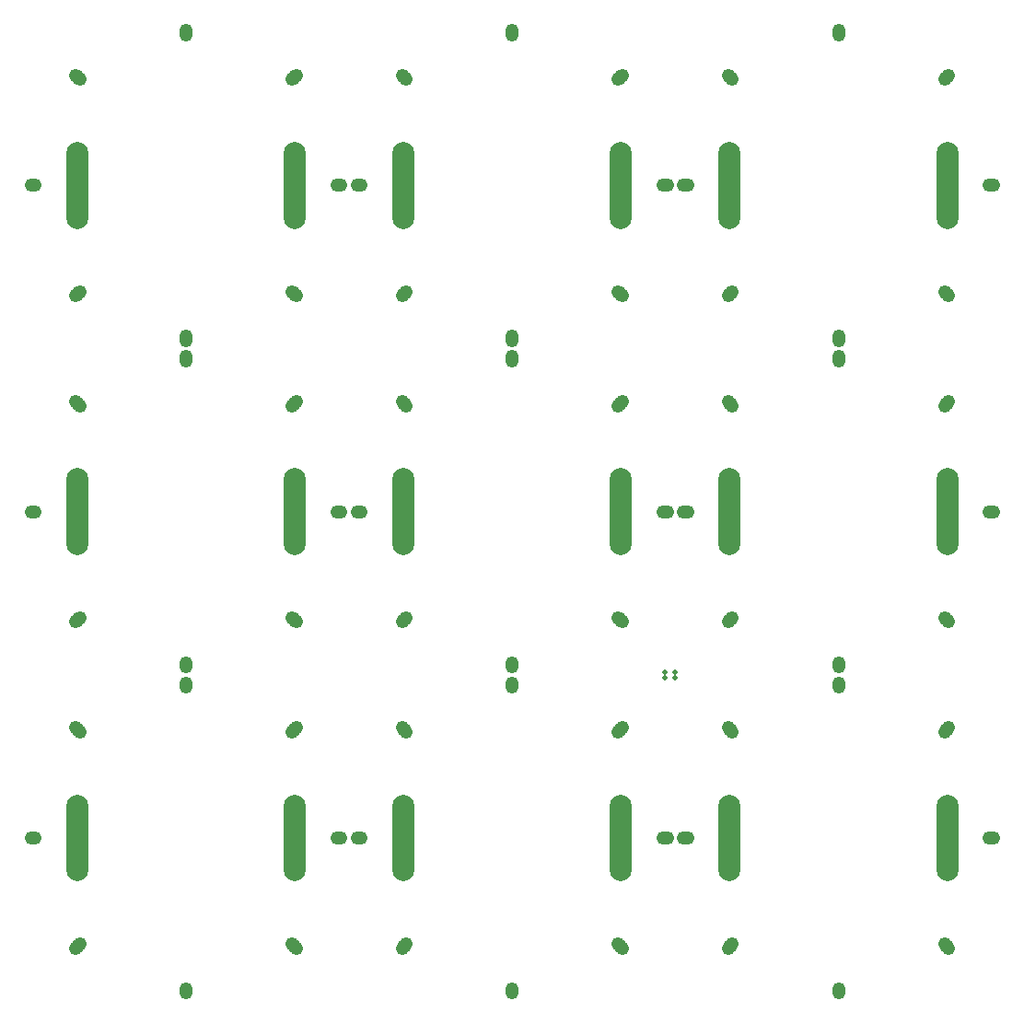
<source format=gbs>
G75*
%MOIN*%
%OFA0B0*%
%FSLAX25Y25*%
%IPPOS*%
%LPD*%
%AMOC8*
5,1,8,0,0,1.08239X$1,22.5*
%
%ADD10C,0.01981*%
%ADD11C,0.04762*%
%ADD12C,0.07887*%
D10*
X0009878Y0065980D03*
X0009878Y0067949D03*
X0065980Y0124051D03*
X0067949Y0124051D03*
X0067949Y0127988D03*
X0065980Y0127988D03*
X0009878Y0184091D03*
X0009878Y0186059D03*
X0065980Y0242161D03*
X0067949Y0242161D03*
X0067949Y0246098D03*
X0065980Y0246098D03*
X0009878Y0302201D03*
X0009878Y0304169D03*
X0065980Y0360272D03*
X0067949Y0360272D03*
X0124051Y0304169D03*
X0124051Y0302201D03*
X0127988Y0302201D03*
X0127988Y0304169D03*
X0184091Y0360272D03*
X0186059Y0360272D03*
X0242161Y0304169D03*
X0242161Y0302201D03*
X0246098Y0302201D03*
X0246098Y0304169D03*
X0302201Y0360272D03*
X0304169Y0360272D03*
X0360272Y0304169D03*
X0360272Y0302201D03*
X0304169Y0246098D03*
X0302201Y0246098D03*
X0302201Y0242161D03*
X0304169Y0242161D03*
X0360272Y0186059D03*
X0360272Y0184091D03*
X0304169Y0127988D03*
X0302201Y0127988D03*
X0302201Y0124051D03*
X0304169Y0124051D03*
X0360272Y0067949D03*
X0360272Y0065980D03*
X0304169Y0009878D03*
X0302201Y0009878D03*
X0246098Y0065980D03*
X0246098Y0067949D03*
X0242161Y0067949D03*
X0242161Y0065980D03*
X0186059Y0009878D03*
X0184091Y0009878D03*
X0127988Y0065980D03*
X0127988Y0067949D03*
X0124051Y0067949D03*
X0124051Y0065980D03*
X0067949Y0009878D03*
X0065980Y0009878D03*
X0184091Y0124051D03*
X0186059Y0124051D03*
X0186059Y0127988D03*
X0184091Y0127988D03*
X0240193Y0127004D03*
X0240193Y0125035D03*
X0244130Y0125035D03*
X0244130Y0127004D03*
X0246098Y0184091D03*
X0246098Y0186059D03*
X0242161Y0186059D03*
X0242161Y0184091D03*
X0186059Y0242161D03*
X0184091Y0242161D03*
X0184091Y0246098D03*
X0186059Y0246098D03*
X0127988Y0186059D03*
X0127988Y0184091D03*
X0124051Y0184091D03*
X0124051Y0186059D03*
D11*
X0027102Y0027102D03*
X0027594Y0027594D03*
X0028087Y0028087D03*
X0028579Y0028579D03*
X0012339Y0066965D03*
X0011846Y0066965D03*
X0011354Y0066965D03*
X0010862Y0066965D03*
X0028579Y0105350D03*
X0028087Y0105843D03*
X0027594Y0106335D03*
X0027102Y0106827D03*
X0027102Y0145213D03*
X0027594Y0145705D03*
X0028087Y0146197D03*
X0028579Y0146689D03*
X0066965Y0130449D03*
X0066965Y0129957D03*
X0066965Y0129465D03*
X0066965Y0128972D03*
X0066965Y0123067D03*
X0066965Y0122575D03*
X0066965Y0122083D03*
X0066965Y0121591D03*
X0105350Y0105350D03*
X0105843Y0105843D03*
X0106335Y0106335D03*
X0106827Y0106827D03*
X0121591Y0066965D03*
X0122083Y0066965D03*
X0122575Y0066965D03*
X0123067Y0066965D03*
X0128972Y0066965D03*
X0129465Y0066965D03*
X0129957Y0066965D03*
X0130449Y0066965D03*
X0146689Y0105350D03*
X0146197Y0105843D03*
X0145705Y0106335D03*
X0145213Y0106827D03*
X0145213Y0145213D03*
X0145705Y0145705D03*
X0146197Y0146197D03*
X0146689Y0146689D03*
X0106827Y0145213D03*
X0106335Y0145705D03*
X0105843Y0146197D03*
X0105350Y0146689D03*
X0121591Y0185075D03*
X0122083Y0185075D03*
X0122575Y0185075D03*
X0123067Y0185075D03*
X0128972Y0185075D03*
X0129465Y0185075D03*
X0129957Y0185075D03*
X0130449Y0185075D03*
X0146689Y0223461D03*
X0146197Y0223953D03*
X0145705Y0224445D03*
X0145213Y0224937D03*
X0145213Y0263323D03*
X0145705Y0263815D03*
X0146197Y0264307D03*
X0146689Y0264799D03*
X0130449Y0303185D03*
X0129957Y0303185D03*
X0129465Y0303185D03*
X0128972Y0303185D03*
X0123067Y0303185D03*
X0122575Y0303185D03*
X0122083Y0303185D03*
X0121591Y0303185D03*
X0105350Y0264799D03*
X0105843Y0264307D03*
X0106335Y0263815D03*
X0106827Y0263323D03*
X0066965Y0248559D03*
X0066965Y0248067D03*
X0066965Y0247575D03*
X0066965Y0247083D03*
X0066965Y0241177D03*
X0066965Y0240685D03*
X0066965Y0240193D03*
X0066965Y0239701D03*
X0105350Y0223461D03*
X0105843Y0223953D03*
X0106335Y0224445D03*
X0106827Y0224937D03*
X0028579Y0223461D03*
X0028087Y0223953D03*
X0027594Y0224445D03*
X0027102Y0224937D03*
X0012339Y0185075D03*
X0011846Y0185075D03*
X0011354Y0185075D03*
X0010862Y0185075D03*
X0027102Y0263323D03*
X0027594Y0263815D03*
X0028087Y0264307D03*
X0028579Y0264799D03*
X0012339Y0303185D03*
X0011846Y0303185D03*
X0011354Y0303185D03*
X0010862Y0303185D03*
X0028579Y0341571D03*
X0028087Y0342063D03*
X0027594Y0342555D03*
X0027102Y0343047D03*
X0066965Y0357811D03*
X0066965Y0358303D03*
X0066965Y0358795D03*
X0066965Y0359287D03*
X0105350Y0341571D03*
X0105843Y0342063D03*
X0106335Y0342555D03*
X0106827Y0343047D03*
X0145213Y0343047D03*
X0145705Y0342555D03*
X0146197Y0342063D03*
X0146689Y0341571D03*
X0185075Y0357811D03*
X0185075Y0358303D03*
X0185075Y0358795D03*
X0185075Y0359287D03*
X0223461Y0341571D03*
X0223953Y0342063D03*
X0224445Y0342555D03*
X0224937Y0343047D03*
X0263323Y0343047D03*
X0263815Y0342555D03*
X0264307Y0342063D03*
X0264799Y0341571D03*
X0303185Y0357811D03*
X0303185Y0358303D03*
X0303185Y0358795D03*
X0303185Y0359287D03*
X0341571Y0341571D03*
X0342063Y0342063D03*
X0342555Y0342555D03*
X0343047Y0343047D03*
X0357811Y0303185D03*
X0358303Y0303185D03*
X0358795Y0303185D03*
X0359287Y0303185D03*
X0341571Y0264799D03*
X0342063Y0264307D03*
X0342555Y0263815D03*
X0343047Y0263323D03*
X0343047Y0224937D03*
X0342555Y0224445D03*
X0342063Y0223953D03*
X0341571Y0223461D03*
X0357811Y0185075D03*
X0358303Y0185075D03*
X0358795Y0185075D03*
X0359287Y0185075D03*
X0341571Y0146689D03*
X0342063Y0146197D03*
X0342555Y0145705D03*
X0343047Y0145213D03*
X0343047Y0106827D03*
X0342555Y0106335D03*
X0342063Y0105843D03*
X0341571Y0105350D03*
X0357811Y0066965D03*
X0358303Y0066965D03*
X0358795Y0066965D03*
X0359287Y0066965D03*
X0341571Y0028579D03*
X0342063Y0028087D03*
X0342555Y0027594D03*
X0343047Y0027102D03*
X0303185Y0012339D03*
X0303185Y0011846D03*
X0303185Y0011354D03*
X0303185Y0010862D03*
X0264799Y0028579D03*
X0264307Y0028087D03*
X0263815Y0027594D03*
X0263323Y0027102D03*
X0224937Y0027102D03*
X0224445Y0027594D03*
X0223953Y0028087D03*
X0223461Y0028579D03*
X0185075Y0012339D03*
X0185075Y0011846D03*
X0185075Y0011354D03*
X0185075Y0010862D03*
X0146689Y0028579D03*
X0146197Y0028087D03*
X0145705Y0027594D03*
X0145213Y0027102D03*
X0106827Y0027102D03*
X0106335Y0027594D03*
X0105843Y0028087D03*
X0105350Y0028579D03*
X0066965Y0012339D03*
X0066965Y0011846D03*
X0066965Y0011354D03*
X0066965Y0010862D03*
X0185075Y0121591D03*
X0185075Y0122083D03*
X0185075Y0122575D03*
X0185075Y0123067D03*
X0185075Y0128972D03*
X0185075Y0129465D03*
X0185075Y0129957D03*
X0185075Y0130449D03*
X0223461Y0146689D03*
X0223953Y0146197D03*
X0224445Y0145705D03*
X0224937Y0145213D03*
X0263323Y0145213D03*
X0263815Y0145705D03*
X0264307Y0146197D03*
X0264799Y0146689D03*
X0303185Y0130449D03*
X0303185Y0129957D03*
X0303185Y0129465D03*
X0303185Y0128972D03*
X0303185Y0123067D03*
X0303185Y0122575D03*
X0303185Y0122083D03*
X0303185Y0121591D03*
X0264799Y0105350D03*
X0264307Y0105843D03*
X0263815Y0106335D03*
X0263323Y0106827D03*
X0248559Y0066965D03*
X0248067Y0066965D03*
X0247575Y0066965D03*
X0247083Y0066965D03*
X0241177Y0066965D03*
X0240685Y0066965D03*
X0240193Y0066965D03*
X0239701Y0066965D03*
X0223461Y0105350D03*
X0223953Y0105843D03*
X0224445Y0106335D03*
X0224937Y0106827D03*
X0239701Y0185075D03*
X0240193Y0185075D03*
X0240685Y0185075D03*
X0241177Y0185075D03*
X0247083Y0185075D03*
X0247575Y0185075D03*
X0248067Y0185075D03*
X0248559Y0185075D03*
X0264799Y0223461D03*
X0264307Y0223953D03*
X0263815Y0224445D03*
X0263323Y0224937D03*
X0303185Y0239701D03*
X0303185Y0240193D03*
X0303185Y0240685D03*
X0303185Y0241177D03*
X0303185Y0247083D03*
X0303185Y0247575D03*
X0303185Y0248067D03*
X0303185Y0248559D03*
X0264799Y0264799D03*
X0264307Y0264307D03*
X0263815Y0263815D03*
X0263323Y0263323D03*
X0248559Y0303185D03*
X0248067Y0303185D03*
X0247575Y0303185D03*
X0247083Y0303185D03*
X0241177Y0303185D03*
X0240685Y0303185D03*
X0240193Y0303185D03*
X0239701Y0303185D03*
X0223461Y0264799D03*
X0223953Y0264307D03*
X0224445Y0263815D03*
X0224937Y0263323D03*
X0185075Y0248559D03*
X0185075Y0248067D03*
X0185075Y0247575D03*
X0185075Y0247083D03*
X0185075Y0241177D03*
X0185075Y0240685D03*
X0185075Y0240193D03*
X0185075Y0239701D03*
X0223461Y0223461D03*
X0223953Y0223953D03*
X0224445Y0224445D03*
X0224937Y0224937D03*
D12*
X0224445Y0196886D03*
X0224445Y0195902D03*
X0224445Y0194917D03*
X0224445Y0193933D03*
X0224445Y0192949D03*
X0224445Y0191965D03*
X0224445Y0190980D03*
X0224445Y0189996D03*
X0224445Y0189012D03*
X0224445Y0188028D03*
X0224445Y0187043D03*
X0224445Y0186059D03*
X0224445Y0185075D03*
X0224445Y0184091D03*
X0224445Y0183106D03*
X0224445Y0182122D03*
X0224445Y0181138D03*
X0224445Y0180154D03*
X0224445Y0179169D03*
X0224445Y0178185D03*
X0224445Y0177201D03*
X0224445Y0176217D03*
X0224445Y0175232D03*
X0224445Y0174248D03*
X0224445Y0173264D03*
X0263815Y0173264D03*
X0263815Y0174248D03*
X0263815Y0175232D03*
X0263815Y0176217D03*
X0263815Y0177201D03*
X0263815Y0178185D03*
X0263815Y0179169D03*
X0263815Y0180154D03*
X0263815Y0181138D03*
X0263815Y0182122D03*
X0263815Y0183106D03*
X0263815Y0184091D03*
X0263815Y0185075D03*
X0263815Y0186059D03*
X0263815Y0187043D03*
X0263815Y0188028D03*
X0263815Y0189012D03*
X0263815Y0189996D03*
X0263815Y0190980D03*
X0263815Y0191965D03*
X0263815Y0192949D03*
X0263815Y0193933D03*
X0263815Y0194917D03*
X0263815Y0195902D03*
X0263815Y0196886D03*
X0342555Y0196886D03*
X0342555Y0195902D03*
X0342555Y0194917D03*
X0342555Y0193933D03*
X0342555Y0192949D03*
X0342555Y0191965D03*
X0342555Y0190980D03*
X0342555Y0189996D03*
X0342555Y0189012D03*
X0342555Y0188028D03*
X0342555Y0187043D03*
X0342555Y0186059D03*
X0342555Y0185075D03*
X0342555Y0184091D03*
X0342555Y0183106D03*
X0342555Y0182122D03*
X0342555Y0181138D03*
X0342555Y0180154D03*
X0342555Y0179169D03*
X0342555Y0178185D03*
X0342555Y0177201D03*
X0342555Y0176217D03*
X0342555Y0175232D03*
X0342555Y0174248D03*
X0342555Y0173264D03*
X0342555Y0078776D03*
X0342555Y0077791D03*
X0342555Y0076807D03*
X0342555Y0075823D03*
X0342555Y0074839D03*
X0342555Y0073854D03*
X0342555Y0072870D03*
X0342555Y0071886D03*
X0342555Y0070902D03*
X0342555Y0069917D03*
X0342555Y0068933D03*
X0342555Y0067949D03*
X0342555Y0066965D03*
X0342555Y0065980D03*
X0342555Y0064996D03*
X0342555Y0064012D03*
X0342555Y0063028D03*
X0342555Y0062043D03*
X0342555Y0061059D03*
X0342555Y0060075D03*
X0342555Y0059091D03*
X0342555Y0058106D03*
X0342555Y0057122D03*
X0342555Y0056138D03*
X0342555Y0055154D03*
X0263815Y0055154D03*
X0263815Y0056138D03*
X0263815Y0057122D03*
X0263815Y0058106D03*
X0263815Y0059091D03*
X0263815Y0060075D03*
X0263815Y0061059D03*
X0263815Y0062043D03*
X0263815Y0063028D03*
X0263815Y0064012D03*
X0263815Y0064996D03*
X0263815Y0065980D03*
X0263815Y0066965D03*
X0263815Y0067949D03*
X0263815Y0068933D03*
X0263815Y0069917D03*
X0263815Y0070902D03*
X0263815Y0071886D03*
X0263815Y0072870D03*
X0263815Y0073854D03*
X0263815Y0074839D03*
X0263815Y0075823D03*
X0263815Y0076807D03*
X0263815Y0077791D03*
X0263815Y0078776D03*
X0224445Y0078776D03*
X0224445Y0077791D03*
X0224445Y0076807D03*
X0224445Y0075823D03*
X0224445Y0074839D03*
X0224445Y0073854D03*
X0224445Y0072870D03*
X0224445Y0071886D03*
X0224445Y0070902D03*
X0224445Y0069917D03*
X0224445Y0068933D03*
X0224445Y0067949D03*
X0224445Y0066965D03*
X0224445Y0065980D03*
X0224445Y0064996D03*
X0224445Y0064012D03*
X0224445Y0063028D03*
X0224445Y0062043D03*
X0224445Y0061059D03*
X0224445Y0060075D03*
X0224445Y0059091D03*
X0224445Y0058106D03*
X0224445Y0057122D03*
X0224445Y0056138D03*
X0224445Y0055154D03*
X0145705Y0055154D03*
X0145705Y0056138D03*
X0145705Y0057122D03*
X0145705Y0058106D03*
X0145705Y0059091D03*
X0145705Y0060075D03*
X0145705Y0061059D03*
X0145705Y0062043D03*
X0145705Y0063028D03*
X0145705Y0064012D03*
X0145705Y0064996D03*
X0145705Y0065980D03*
X0145705Y0066965D03*
X0145705Y0067949D03*
X0145705Y0068933D03*
X0145705Y0069917D03*
X0145705Y0070902D03*
X0145705Y0071886D03*
X0145705Y0072870D03*
X0145705Y0073854D03*
X0145705Y0074839D03*
X0145705Y0075823D03*
X0145705Y0076807D03*
X0145705Y0077791D03*
X0145705Y0078776D03*
X0106335Y0078776D03*
X0106335Y0077791D03*
X0106335Y0076807D03*
X0106335Y0075823D03*
X0106335Y0074839D03*
X0106335Y0073854D03*
X0106335Y0072870D03*
X0106335Y0071886D03*
X0106335Y0070902D03*
X0106335Y0069917D03*
X0106335Y0068933D03*
X0106335Y0067949D03*
X0106335Y0066965D03*
X0106335Y0065980D03*
X0106335Y0064996D03*
X0106335Y0064012D03*
X0106335Y0063028D03*
X0106335Y0062043D03*
X0106335Y0061059D03*
X0106335Y0060075D03*
X0106335Y0059091D03*
X0106335Y0058106D03*
X0106335Y0057122D03*
X0106335Y0056138D03*
X0106335Y0055154D03*
X0027594Y0055154D03*
X0027594Y0056138D03*
X0027594Y0057122D03*
X0027594Y0058106D03*
X0027594Y0059091D03*
X0027594Y0060075D03*
X0027594Y0061059D03*
X0027594Y0062043D03*
X0027594Y0063028D03*
X0027594Y0064012D03*
X0027594Y0064996D03*
X0027594Y0065980D03*
X0027594Y0066965D03*
X0027594Y0067949D03*
X0027594Y0068933D03*
X0027594Y0069917D03*
X0027594Y0070902D03*
X0027594Y0071886D03*
X0027594Y0072870D03*
X0027594Y0073854D03*
X0027594Y0074839D03*
X0027594Y0075823D03*
X0027594Y0076807D03*
X0027594Y0077791D03*
X0027594Y0078776D03*
X0027594Y0173264D03*
X0027594Y0174248D03*
X0027594Y0175232D03*
X0027594Y0176217D03*
X0027594Y0177201D03*
X0027594Y0178185D03*
X0027594Y0179169D03*
X0027594Y0180154D03*
X0027594Y0181138D03*
X0027594Y0182122D03*
X0027594Y0183106D03*
X0027594Y0184091D03*
X0027594Y0185075D03*
X0027594Y0186059D03*
X0027594Y0187043D03*
X0027594Y0188028D03*
X0027594Y0189012D03*
X0027594Y0189996D03*
X0027594Y0190980D03*
X0027594Y0191965D03*
X0027594Y0192949D03*
X0027594Y0193933D03*
X0027594Y0194917D03*
X0027594Y0195902D03*
X0027594Y0196886D03*
X0106335Y0196886D03*
X0106335Y0195902D03*
X0106335Y0194917D03*
X0106335Y0193933D03*
X0106335Y0192949D03*
X0106335Y0191965D03*
X0106335Y0190980D03*
X0106335Y0189996D03*
X0106335Y0189012D03*
X0106335Y0188028D03*
X0106335Y0187043D03*
X0106335Y0186059D03*
X0106335Y0185075D03*
X0106335Y0184091D03*
X0106335Y0183106D03*
X0106335Y0182122D03*
X0106335Y0181138D03*
X0106335Y0180154D03*
X0106335Y0179169D03*
X0106335Y0178185D03*
X0106335Y0177201D03*
X0106335Y0176217D03*
X0106335Y0175232D03*
X0106335Y0174248D03*
X0106335Y0173264D03*
X0145705Y0173264D03*
X0145705Y0174248D03*
X0145705Y0175232D03*
X0145705Y0176217D03*
X0145705Y0177201D03*
X0145705Y0178185D03*
X0145705Y0179169D03*
X0145705Y0180154D03*
X0145705Y0181138D03*
X0145705Y0182122D03*
X0145705Y0183106D03*
X0145705Y0184091D03*
X0145705Y0185075D03*
X0145705Y0186059D03*
X0145705Y0187043D03*
X0145705Y0188028D03*
X0145705Y0189012D03*
X0145705Y0189996D03*
X0145705Y0190980D03*
X0145705Y0191965D03*
X0145705Y0192949D03*
X0145705Y0193933D03*
X0145705Y0194917D03*
X0145705Y0195902D03*
X0145705Y0196886D03*
X0145705Y0291374D03*
X0145705Y0292358D03*
X0145705Y0293343D03*
X0145705Y0294327D03*
X0145705Y0295311D03*
X0145705Y0296295D03*
X0145705Y0297280D03*
X0145705Y0298264D03*
X0145705Y0299248D03*
X0145705Y0300232D03*
X0145705Y0301217D03*
X0145705Y0302201D03*
X0145705Y0303185D03*
X0145705Y0304169D03*
X0145705Y0305154D03*
X0145705Y0306138D03*
X0145705Y0307122D03*
X0145705Y0308106D03*
X0145705Y0309091D03*
X0145705Y0310075D03*
X0145705Y0311059D03*
X0145705Y0312043D03*
X0145705Y0313028D03*
X0145705Y0314012D03*
X0145705Y0314996D03*
X0106335Y0314996D03*
X0106335Y0314012D03*
X0106335Y0313028D03*
X0106335Y0312043D03*
X0106335Y0311059D03*
X0106335Y0310075D03*
X0106335Y0309091D03*
X0106335Y0308106D03*
X0106335Y0307122D03*
X0106335Y0306138D03*
X0106335Y0305154D03*
X0106335Y0304169D03*
X0106335Y0303185D03*
X0106335Y0302201D03*
X0106335Y0301217D03*
X0106335Y0300232D03*
X0106335Y0299248D03*
X0106335Y0298264D03*
X0106335Y0297280D03*
X0106335Y0296295D03*
X0106335Y0295311D03*
X0106335Y0294327D03*
X0106335Y0293343D03*
X0106335Y0292358D03*
X0106335Y0291374D03*
X0027594Y0291374D03*
X0027594Y0292358D03*
X0027594Y0293343D03*
X0027594Y0294327D03*
X0027594Y0295311D03*
X0027594Y0296295D03*
X0027594Y0297280D03*
X0027594Y0298264D03*
X0027594Y0299248D03*
X0027594Y0300232D03*
X0027594Y0301217D03*
X0027594Y0302201D03*
X0027594Y0303185D03*
X0027594Y0304169D03*
X0027594Y0305154D03*
X0027594Y0306138D03*
X0027594Y0307122D03*
X0027594Y0308106D03*
X0027594Y0309091D03*
X0027594Y0310075D03*
X0027594Y0311059D03*
X0027594Y0312043D03*
X0027594Y0313028D03*
X0027594Y0314012D03*
X0027594Y0314996D03*
X0224445Y0314996D03*
X0224445Y0314012D03*
X0224445Y0313028D03*
X0224445Y0312043D03*
X0224445Y0311059D03*
X0224445Y0310075D03*
X0224445Y0309091D03*
X0224445Y0308106D03*
X0224445Y0307122D03*
X0224445Y0306138D03*
X0224445Y0305154D03*
X0224445Y0304169D03*
X0224445Y0303185D03*
X0224445Y0302201D03*
X0224445Y0301217D03*
X0224445Y0300232D03*
X0224445Y0299248D03*
X0224445Y0298264D03*
X0224445Y0297280D03*
X0224445Y0296295D03*
X0224445Y0295311D03*
X0224445Y0294327D03*
X0224445Y0293343D03*
X0224445Y0292358D03*
X0224445Y0291374D03*
X0263815Y0291374D03*
X0263815Y0292358D03*
X0263815Y0293343D03*
X0263815Y0294327D03*
X0263815Y0295311D03*
X0263815Y0296295D03*
X0263815Y0297280D03*
X0263815Y0298264D03*
X0263815Y0299248D03*
X0263815Y0300232D03*
X0263815Y0301217D03*
X0263815Y0302201D03*
X0263815Y0303185D03*
X0263815Y0304169D03*
X0263815Y0305154D03*
X0263815Y0306138D03*
X0263815Y0307122D03*
X0263815Y0308106D03*
X0263815Y0309091D03*
X0263815Y0310075D03*
X0263815Y0311059D03*
X0263815Y0312043D03*
X0263815Y0313028D03*
X0263815Y0314012D03*
X0263815Y0314996D03*
X0342555Y0314996D03*
X0342555Y0314012D03*
X0342555Y0313028D03*
X0342555Y0312043D03*
X0342555Y0311059D03*
X0342555Y0310075D03*
X0342555Y0309091D03*
X0342555Y0308106D03*
X0342555Y0307122D03*
X0342555Y0306138D03*
X0342555Y0305154D03*
X0342555Y0304169D03*
X0342555Y0303185D03*
X0342555Y0302201D03*
X0342555Y0301217D03*
X0342555Y0300232D03*
X0342555Y0299248D03*
X0342555Y0298264D03*
X0342555Y0297280D03*
X0342555Y0296295D03*
X0342555Y0295311D03*
X0342555Y0294327D03*
X0342555Y0293343D03*
X0342555Y0292358D03*
X0342555Y0291374D03*
M02*

</source>
